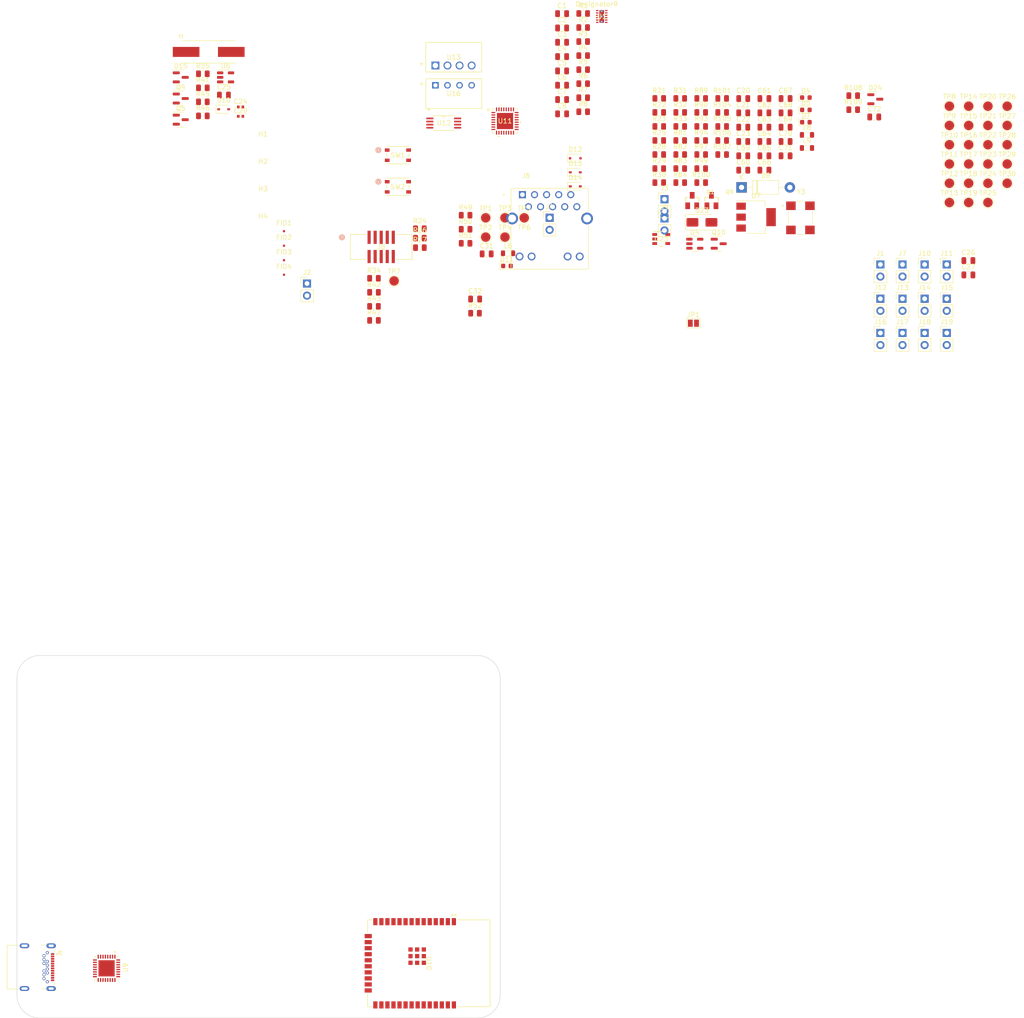
<source format=kicad_pcb>
(kicad_pcb (version 20240108) (generator "pcbnew") (generator_version "8.0")
  (layers (0 "F.Cu" signal) (31 "B.Cu" signal) (34 "B.Paste" user) (35 "F.Paste" user) (36 "B.SilkS" user "B.Silkscreen") (37 "F.SilkS" user "F.Silkscreen") (38 "B.Mask" user) (39 "F.Mask" user) (44 "Edge.Cuts" user))
  (net 0 "")
  (net 1 "Spare1")
  (net 2 "Spare2")
  (net 3 "+5VP")
  (net 4 "+3V3")
  (net 8 "+3.3V")
  (net 9 "Net-(D11-A)")
  (net 10 "Net-(D12-K)")
  (net 11 "Net-(D12-A)")
  (net 12 "Net-(D13-K)")
  (net 13 "GPIO3{slash}U0RXD")
  (net 14 "GPIO1{slash}U0TXD")
  (net 15 "Net-(D14-A)")
  (net 16 "USB_DP")
  (net 17 "USB_DN")
  (net 18 "Net-(U9-VCC)")
  (net 19 "Net-(J5-GND)")
  (net 22 "VBUS")
  (net 23 "Net-(J5-CC1)")
  (net 30 "Net-(J5-CC2)")
  (net 33 "+5V")
  (net 34 "Net-(R24-Pad2)")
  (net 35 "Net-(R49-Pad1)")
  (net 59 "Net-(U1-UVLO_SYNC)")
  (net 60 "Net-(U1-SS)")
  (net 61 "Net-(U1-COMP)")
  (net 62 "Net-(C4-Pad2)")
  (net 63 "Net-(U1-DITHOFF)")
  (net 64 "Net-(U1-CS)")
  (net 65 "Net-(U12-UVLO)")
  (net 66 "Net-(U1-RT)")
  (net 67 "Net-(R7-Pad1)")
  (net 76 "ESP_EN")
  (net 77 "GPIO15{slash}HS2_CMD")
  (net 78 "GPI34{slash}BUT1")
  (net 79 "GPIO4{slash}U1TXD")
  (net 80 "GPIO16{slash}I2C-SCL")
  (net 81 "GPIO13{slash}I2C-SDA")
  (net 82 "GPIO2{slash}HS2_DATA0")
  (net 83 "GPIO14{slash}HS2_CLK")
  (net 84 "GPIO5{slash}SPI_CS")
  (net 85 "GPI36{slash}U1RXD")
  (net 86 "GPI39")
  (net 87 "GPI35")
  (net 88 "GPIO32")
  (net 89 "GPIO33")
  (net 90 "GPIO25{slash}EMAC_RXD0(RMII)")
  (net 91 "GPIO26{slash}EMAC_RXD1(RMII)")
  (net 92 "GPIO27{slash}EMAC_RX_CRS_DV")
  (net 93 "GPIO12{slash}PHY_PWR")
  (net 101 "GPIO0")
  (net 102 "GPIO17{slash}EMAC_CLK_OUT_180")
  (net 103 "GPIO18{slash}MDIO(RMII)")
  (net 104 "GPIO19{slash}EMAC_TXD0(RMII)")
  (net 106 "GPIO21{slash}EMAC_TX_EN(RMII)")
  (net 107 "GPIO22{slash}EMAC_TXD1(RMII)")
  (net 108 "GPIO23{slash}MDC(RMII)")
  (net 109 "Net-(J8-Pad8)")
  (net 111 "Net-(U9-OSCI)")
  (net 112 "+3.3VLAN")
  (net 113 "Net-(U9-OSCO)")
  (net 114 "Net-(D10-K)")
  (net 115 "D_Com")
  (net 116 "Net-(Q4-B)")
  (net 117 "Net-(Q4-E)")
  (net 118 "Net-(Q5-B)")
  (net 119 "Net-(Q5-E)")
  (net 120 "Net-(Q5-C)")
  (net 121 "Net-(JP1-B)")
  (net 122 "Net-(U11-EPAD)")
  (net 123 "VDDA1{slash}2")
  (net 124 "Net-(U11-VDDCR)")
  (net 125 "Net-(J6-P7)")
  (net 126 "Net-(C71-Pad2)")
  (net 127 "Net-(D4-A)")
  (net 128 "Net-(D5-A)")
  (net 129 "Net-(D7-A)")
  (net 130 "Net-(U4-EN)")
  (net 131 "Net-(J6-TD+)")
  (net 132 "Net-(J6-TD-)")
  (net 133 "Net-(J6-RD+)")
  (net 134 "Net-(J6-RD-)")
  (net 135 "LED1")
  (net 136 "Net-(J6-PadGK1)")
  (net 137 "Net-(J6-PadGA2)")
  (net 138 "LED2")
  (net 139 "Net-(U4-VOUT)")
  (net 140 "OSC_DIS")
  (net 141 "Net-(Q10-D)")
  (net 142 "Net-(U11-RBIAS)")
  (net 143 "Net-(U12-DET)")
  (net 144 "Net-(U12-ILIM)")
  (net 145 "Net-(U12-CLASS)")
  (net 146 "GPIO0{slash}XTAL1{slash}CLKIN")
  (net 147 "Net-(Y3-OUTPUT)")
  (net 148 "PHYAD0")
  (net 149 "PHYAD1")
  (net 150 "PHYAD2")
  (net 151 "RMIISEL")
  (net 153 "+9V")
  (net 154 "Net-(U25-VDD)")
  (net 155 "Net-(D24-Pad3)")
  (net 156 "Net-(J13-Pad02)")
  (net 157 "Net-(J14-Pad02)")
  (net 158 "Net-(J15-Pad02)")
  (net 159 "Net-(U9-USBDP)")
  (net 160 "Net-(U9-USBDM)")
  (footprint "Resistor_SMD:R_0805_2012Metric" (layer "F.Cu") (at 128.8008 -63.0532)
    (property "Reference" "R35")
    (property "Value" "10")
  )
  (footprint "Inductor_SMD:L_0805_2012Metric" (layer "F.Cu") (at 192.9688 -25.3182)
    (property "Reference" "L6")
    (property "Value" "FB0805/600R/2A")
  )
  (footprint "Resistor_SMD:R_0805_2012Metric" (layer "F.Cu") (at 233.5734 -43.126)
    (property "Reference" "R99")
    (property "Value" "1k")
  )
  (footprint "Resistor_SMD:R_0805_2012Metric" (layer "F.Cu") (at 208.759002 -69.827399)
    (property "Reference" "R3")
    (property "Value" "18k")
  )
  (footprint "Connector_PinHeader_2.54mm:PinHeader_1x02_P2.54mm_Vertical" (layer "F.Cu") (at 275.9 -8.56)
    (property "Reference" "J17")
    (property "Value" "HMTSW-102-X-X-S-X")
  )
  (footprint "PTS815:SW4_PTS815 SJM 250 SMTR LFS_CNK" (layer "F.Cu") (at 169.8087 -39.289998)
    (property "Reference" "SW2")
    (property "Value" "PTS815 SJM 250 SMTR LFS")
  )
  (footprint "ESDS314DBVR:DBV0005A_N" (layer "F.Cu") (at 225.173401 -28.315999)
    (property "Reference" "U23")
    (property "Value" "ESDS314DBVR")
  )
  (footprint "Resistor_SMD:R_0805_2012Metric" (layer "F.Cu") (at 184.0388 -33.3182)
    (property "Reference" "R49")
    (property "Value" "220")
  )
  (footprint "Resistor_SMD:R_0805_2012Metric" (layer "F.Cu") (at 233.5734 -51.976)
    (property "Reference" "R93")
    (property "Value" "180k")
  )
  (footprint "TestPoint:TestPoint_Pad_D2.0mm" (layer "F.Cu") (at 293.86 -35.99)
    (property "Reference" "TP25")
    (property "Value" "TestPoint")
  )
  (footprint "Connector_PinHeader_2.54mm:PinHeader_1x02_P2.54mm_Vertical" (layer "F.Cu") (at 275.9 -22.96)
    (property "Reference" "J7")
    (property "Value" "HMTSW-102-X-X-S-X")
  )
  (footprint "Resistor_SMD:R_0805_2012Metric" (layer "F.Cu") (at 208.759002 -58.027399)
    (property "Reference" "R7")
    (property "Value" "100")
  )
  (footprint "TestPoint:TestPoint_Pad_D2.0mm" (layer "F.Cu") (at 289.81 -48.14)
    (property "Reference" "TP16")
    (property "Value" "TestPoint")
  )
  (footprint "TestPoint:TestPoint_Pad_D2.0mm" (layer "F.Cu") (at 293.86 -48.14)
    (property "Reference" "TP22")
    (property "Value" "TestPoint")
  )
  (footprint "Resistor_SMD:R_0805_2012Metric" (layer "F.Cu") (at 237.9834 -51.976)
    (property "Reference" "R105")
    (property "Value" "2.2k")
  )
  (footprint "ASV-50.000MHZ-LCS-T:XTAL_ASV-50.000MHZ-LCS-T" (layer "F.Cu") (at 254.4384 -32.766)
    (property "Reference" "Y3")
    (property "Value" "ASV-50.000MHZ-LCS-T")
  )
  (footprint "Capacitor_SMD:C_0805_2012Metric" (layer "F.Cu") (at 246.8634 -54.836)
    (property "Reference" "C62")
    (property "Value" "100nF")
  )
  (footprint "TestPoint:TestPoint_Pad_D2.0mm" (layer "F.Cu") (at 297.91 -44.09)
    (property "Reference" "TP29")
    (property "Value" "TestPoint")
  )
  (footprint "TestPoint:TestPoint_Pad_D2.0mm" (layer "F.Cu") (at 192.3188 -32.7682)
    (property "Reference" "TP3")
    (property "Value" "TestPoint")
  )
  (footprint "Resistor_SMD:R_0805_2012Metric" (layer "F.Cu") (at 229.1634 -40.176)
    (property "Reference" "R84")
    (property "Value" "220")
  )
  (footprint "Capacitor_SMD:C_0805_2012Metric" (layer "F.Cu") (at 246.8634 -51.826)
    (property "Reference" "C63")
    (property "Value" "2.2uF")
  )
  (footprint "LED_SMD:LED_0603_1608Metric" (layer "F.Cu") (at 192.7388 -22.6482)
    (property "Reference" "D11")
    (property "Value" "LED")
  )
  (footprint "Capacitor_SMD:C_0402_1005Metric" (layer "F.Cu") (at 136.7308 -56.0832)
    (property "Reference" "C24")
    (property "Value" "18pF")
  )
  (footprint "TestPoint:TestPoint_Pad_D2.0mm" (layer "F.Cu") (at 188.2688 -32.7682)
    (property "Reference" "TP1")
    (property "Value" "TestPoint")
  )
  (footprint "Capacitor_SMD:C_0805_2012Metric" (layer "F.Cu") (at 251.3134 -45.806)
    (property "Reference" "C71")
    (property "Value" "22uF")
  )
  (footprint "Capacitor_SMD:C_0805_2012Metric" (layer "F.Cu") (at 242.4134 -48.816)
    (property "Reference" "C23")
    (property "Value" "1uF")
  )
  (footprint "Connector_PinHeader_2.54mm:PinHeader_1x02_P2.54mm_Vertical" (layer "F.Cu") (at 225.8634 -32.656)
    (property "Reference" "J9")
    (property "Value" "HMTSW-102-X-X-S-X")
  )
  (footprint "Resistor_SMD:R_0805_2012Metric" (layer "F.Cu") (at 224.7534 -43.126)
    (property "Reference" "R29")
    (property "Value" "2.2k")
  )
  (footprint "Connector_PinHeader_2.54mm:PinHeader_1x02_P2.54mm_Vertical" (layer "F.Cu") (at 271.25 -8.56)
    (property "Reference" "J16")
    (property "Value" "HMTSW-102-X-X-S-X")
  )
  (footprint "Resistor_SMD:R_0805_2012Metric" (layer "F.Cu") (at 229.1634 -54.926)
    (property "Reference" "R32")
    (property "Value" "1k")
  )
  (footprint "TestPoint:TestPoint_Pad_D2.0mm" (layer "F.Cu") (at 285.76 -56.24)
    (property "Reference" "TP8")
    (property "Value" "TestPoint")
  )
  (footprint "Capacitor_SMD:C_0805_2012Metric" (layer "F.Cu") (at 251.3134 -57.846)
    (property "Reference" "C67")
    (property "Value" "22uF")
  )
  (footprint "TestPoint:TestPoint_Pad_D2.0mm" (layer "F.Cu") (at 289.81 -52.19)
    (property "Reference" "TP15")
    (property "Value" "TestPoint")
  )
  (footprint "Connector_PinHeader_2.54mm:PinHeader_1x02_P2.54mm_Vertical" (layer "F.Cu") (at 280.55 -8.56)
    (property "Reference" "J18")
    (property "Value" "HMTSW-102-X-X-S-X")
  )
  (footprint "TestPoint:TestPoint_Pad_D2.0mm" (layer "F.Cu") (at 196.3688 -32.7682)
    (property "Reference" "TP5")
    (property "Value" "TestPoint")
  )
  (footprint "Capacitor_SMD:C_0805_2012Metric" (layer "F.Cu") (at 289.75 -20.77)
    (property "Reference" "C27")
    (property "Value" "10uF")
  )
  (footprint "TestPoint:TestPoint_Pad_D2.0mm" (layer "F.Cu") (at 297.91 -48.14)
    (property "Reference" "TP28")
    (property "Value" "TestPoint")
  )
  (footprint "Capacitor_SMD:C_0805_2012Metric" (layer "F.Cu") (at 204.329002 -66.667399)
    (property "Reference" "C4")
    (property "Value" "470pF")
  )
  (footprint "TestPoint:TestPoint_Pad_D2.0mm" (layer "F.Cu") (at 293.86 -40.04)
    (property "Reference" "TP24")
    (property "Value" "TestPoint")
  )
  (footprint "Resistor_SMD:R_0805_2012Metric" (layer "F.Cu") (at 174.4266 -30.486998)
    (property "Reference" "R24")
    (property "Value" "0")
  )
  (footprint "TestPoint:TestPoint_Pad_D2.0mm" (layer "F.Cu") (at 285.76 -44.09)
    (property "Reference" "TP11")
    (property "Value" "TestPoint")
  )
  (footprint "Resistor_SMD:R_0805_2012Metric" (layer "F.Cu") (at 237.9834 -54.926)
    (property "Reference" "R104")
    (property "Value" "2.2k")
  )
  (footprint "Resistor_SMD:R_0805_2012Metric" (layer "F.Cu") (at 184.0388 -30.3682)
    (property "Reference" "R50")
    (property "Value" "5.1K")
  )
  (footprint "ABLS2-12.000MHZ-D4Y-T:XTAL_ABLS2-12.000MHZ-D4Y-T" (layer "F.Cu") (at 130.0308 -67.6532)
    (property "Reference" "Y1")
    (property "Value" "ABLS2-12.000MHZ-D4Y-T")
  )
  (footprint "Capacitor_SMD:C_0805_2012Metric" (layer "F.Cu") (at 204.329002 -63.657399)
    (property "Reference" "C5")
    (property "Value" "12nF")
  )
  (footprint "Package_TO_SOT_SMD:SOT-23" (layer "F.Cu") (at 270.1821 -57.7088)
    (property "Reference" "D24")
    (property "Value" "BAT54A")
  )
  (footprint "Connector_PinHeader_2.54mm:PinHeader_1x02_P2.54mm_Vertical" (layer "F.Cu") (at 280.55 -15.76)
    (property "Reference" "J14")
    (property "Value" "HMTSW-102-X-X-S-X")
  )
  (footprint "Capacitor_SMD:C_0805_2012Metric" (layer "F.Cu") (at 242.4134 -45.806)
    (property "Reference" "C59")
    (property "Value" "1nF")
  )
  (footprint "Package_TO_SOT_SMD:SOT-223-3_TabPin2" (layer "F.Cu") (at 245.1134 -32.916)
    (property "Reference" "U7")
    (property "Value" "LD1117S50TR_SOT223")
  )
  (footprint "Capacitor_SMD:C_0805_2012Metric" (layer "F.Cu") (at 204.329002 -69.677399)
    (property "Reference" "C3")
    (property "Value" "220nF")
  )
  (footprint "Resistor_SMD:R_0805_2012Metric" (layer "F.Cu") (at 128.8008 -57.1532)
    (property "Reference" "R45")
    (property "Value" "1k")
  )
  (footprint "Capacitor_SMD:C_0805_2012Metric" (layer "F.Cu") (at 251.3134 -48.816)
    (property "Reference" "C70")
    (property "Value" "100nF")
  )
  (footprint "Inductor_SMD:L_0805_2012Metric" (layer "F.Cu") (at 255.8134 -50.206)
    (property "Reference" "L8")
    (property "Value" "600R/2A")
  )
  (footprint "Resistor_SMD:R_0805_2012Metric" (layer "F.Cu") (at 208.759002 -72.777399)
    (property "Reference" "R2")
    (property "Value" "10k")
  )
  (footprint "UJ31-CH-G2-SMT-TR:CUI_UJ31-CH-G2-SMT-TR" (layer "F.Cu") (at 97.2124 122.0272 -90)
    (property "Reference" "J5")
    (property "Value" "UJ31-CH-G2-SMT-TR")
    (fp_line (start 6.325 2.135) (end 6.625 2.135) (stroke (width 0.01)) (layer "Edge.Cuts"))
    (fp_line (start 6.325 1.485) (end 6.625 1.485) (stroke (width 0.01)) (layer "Edge.Cuts"))
    (fp_arc (start 6.325 2.135) (mid 6 1.81) (end 6.325 1.485) (stroke (width 0.01)) (layer "Edge.Cuts"))
    (fp_arc (start 6.625 1.485) (mid 6.95 1.81) (end 6.625 2.135) (stroke (width 0.01)) (layer "Edge.Cuts"))
  )
  (footprint "Resistor_SMD:R_0805_2012Metric" (layer "F.Cu") (at 184.0388 -27.4182)
    (property "Reference" "R51")
    (property "Value" "100")
  )
  (footprint "Resistor_SMD:R_0805_2012Metric" (layer "F.Cu") (at 233.5734 -57.876)
    (property "Reference" "R89")
    (property "Value" "220")
  )
  (footprint "Resistor_SMD:R_0805_2012Metric" (layer "F.Cu") (at 164.7816 -14.1572)
    (property "Reference" "R43")
    (property "Value" "2.2k")
  )
  (footprint "Inductor_SMD:L_0805_2012Metric" (layer "F.Cu") (at 255.8134 -47.456)
    (property "Reference" "L9")
    (property "Value" "600R/2A")
  )
  (footprint "TestPoint:TestPoint_Pad_D2.0mm" (layer "F.Cu") (at 297.91 -52.19)
    (property "Reference" "TP27")
    (property "Value" "TestPoint")
  )
  (footprint "Resistor_SMD:R_0805_2012Metric" (layer "F.Cu") (at 208.759002 -66.877399)
    (property "Reference" "R4")
    (property "Value" "8.25k")
  )
  (footprint "Connector_PinHeader_2.54mm:PinHeader_1x02_P2.54mm_Vertical" (layer "F.Cu") (at 271.25 -22.96)
    (property "Reference" "J1")
    (property "Value" "HMTSW-102-X-X-S-X")
  )
  (footprint "Capacitor_SMD:C_0805_2012Metric" (layer "F.Cu") (at 204.329002 -54.627399)
    (property "Reference" "C8")
    (property "Value" "100pF")
  )
  (footprint "LAN8710A_EZC:QFN32_5X5MC_MCH" (layer "F.Cu") (at 192.3288 -53.1241)
    (property "Reference" "U11")
    (property "Value" "LAN8710A-EZC")
  )
  (footprint "Connector_PinHeader_2.54mm:PinHeader_1x02_P2.54mm_Vertical" (layer "F.Cu") (at 285.2 -15.76)
    (property "Reference" "J15")
    (property "Value" "HMTSW-102-X-X-S-X")
  )
  (footprint "Resistor_SMD:R_0805_2012Metric" (layer "F.Cu") (at 224.7534 -49.026)
    (property "Reference" "R25")
    (property "Value" "100")
  )
  (footprint "LED_SMD:LED_0603_1608Metric" (layer "F.Cu") (at 255.5834 -55.466)
    (property "Reference" "D5")
    (property "Value" "LED")
  )
  (footprint "Capacitor_SMD:C_0402_1005Metric" (layer "F.Cu") (at 136.7308 -54.1132)
    (property "Reference" "C29")
    (property "Value" "18pF")
  )
  (footprint "Resistor_SMD:R_0805_2012Metric" (layer "F.Cu") (at 237.9834 -49.026)
    (property "Reference" "R106")
    (property "Value" "2.2k")
  )
  (footprint "Capacitor_SMD:C_0805_2012Metric" (layer "F.Cu") (at 133.2308 -58.5732)
    (property "Reference" "C25")
    (property "Value" "100nF")
  )
  (footprint "Resistor_SMD:R_0805_2012Metric" (layer "F.Cu") (at 233.5734 -54.926)
    (property "Reference" "R90")
    (property "Value" "24.9k")
  )
  (footprint "TestPoint:TestPoint_Pad_D2.0mm" (layer "F.Cu") (at 285.76 -52.19)
    (property "Reference" "TP9")
    (property "Value" "TestPoint")
  )
  (footprint "Connector_PinHeader_2.54mm:PinHeader_1x02_P2.54mm_Vertical" (layer "F.Cu") (at 285.2 -8.56)
    (property "Reference" "J19")
    (property "Value" "HMTSW-102-X-X-S-X")
  )
  (footprint "Resistor_SMD:R_0805_2012Metric" (layer "F.Cu") (at 229.1634 -46.076)
    (property "Reference" "R82")
    (property "Value" "49.9")
  )
  (footprint "Diode_SMD:D_SOD-323" (layer "F.Cu") (at 207.1038 -42.3382)
    (property "Reference" "D13")
    (property "Value" "1N5819WS")
  )
  (footprint "Connector_PinHeader_2.54mm:PinHeader_1x02_P2.54mm_Vertical" (layer "F.Cu") (at 280.55 -22.96)
    (property "Reference" "J10")
    (property "Value" "HMTSW-102-X-X-S-X")
  )
  (footprint "Capacitor_SMD:C_0805_2012Metric" (layer "F.Cu") (at 204.329002 -72.687399)
    (property "Reference" "C2")
    (property "Value" "100pF")
  )
  (footprint "3221-10-0300-00:CONN10_3221-10-0300-00_CNC" (layer "F.Cu") (at 166.297501 -26.655098)
    (property "Reference" "J8")
    (property "Value" "3221-10-0300-00")
  )
  (footprint "Fiducial:Fiducial_0.5mm_Mask1.5mm" (layer "F.Cu") (at 145.8566 -29.956998)
    (property "Reference" "FID1")
    (property "Value" "Fiducial")
  )
  (footprint "Resistor_SMD:R_0805_2012Metric" (layer "F.Cu") (at 233.5734 -49.026)
    (property "Reference" "R94")
    (property "Value" "4.42k")
  )
  (footprint "Resistor_SMD:R_0805_2012Metric" (layer "F.Cu") (at 224.7534 -57.876)
    (property "Reference" "R21")
    (property "Value" "10k")
  )
  (footprint "Diode_SMD:D_SOD-323" (layer "F.Cu") (at 133.1758 -55.5932)
    (property "Reference" "D10")
    (property "Value" "1N5819WS")
  )
  (footprint "Capacitor_SMD:C_0805_2012Metric" (layer "F.Cu") (at 242.4134 -42.796)
    (property "Reference" "C60")
    (property "Value" "22uF")
  )
  (footprint "Resistor_SMD:R_0805_2012Metric" (layer "F.Cu") (at 208.759002 -75.727399)
    (property "Reference" "R1")
    (property "Value" "130k")
  )
  (footprint "Resistor_SMD:R_0805_2012Metric" (layer "F.Cu") (at 164.7816 -20.0572)
    (property "Reference" "R34")
    (property "Value" "2.2k")
  )
  (footprint "Connector_PinHeader_2.54mm:PinHeader_1x02_P2.54mm_Vertical" (layer "F.Cu") (at 275.9 -15.76)
    (property "Reference" "J13")
    (property "Value" "HMTSW-102-X-X-S-X")
  )
  (footprint "Resistor_SMD:R_0805_2012Metric" (layer "F.Cu") (at 229.1634 -49.026)
    (property "Reference" "R81")
    (property "Value" "49.9")
  )
  (footprint "MountingHole:MountingHole_2.1mm" (layer "F.Cu") (at 141.4566 -29.926998)
    (property "Reference" "H4")
    (property "Value" "MountingHole")
  )
  (footprint "Capacitor_SMD:C_0805_2012Metric" (layer "F.Cu") (at 242.4134 -54.836)
    (property "Reference" "C21")
    (property "Value" "1uF")
  )
  (footprint "TPS2376PW:PW8" (layer "F.Cu") (at 179.4482 -52.6923)
    (property "Reference" "U12")
    (property "Value" "TPS2376PW")
  )
  (footprint "TestPoint:TestPoint_Pad_D2.0mm" (layer "F.Cu") (at 285.76 -35.99)
    (property "Reference" "TP13")
    (property "Value" "TestPoint")
  )
  (footprint "Capacitor_SMD:C_0805_2012Metric" (layer "F.Cu") (at 251.3134 -51.826)
    (property "Reference" "C69")
    (property "Value" "1nF")
  )
  (footprint "TestPoint:TestPoint_Pad_D2.0mm" (layer "F.Cu") (at 169.0116 -19.5072)
    (property "Reference" "TP7")
    (property "Value" "TestPoint")
  )
  (footprint "Capacitor_SMD:C_0805_2012Metric" (layer "F.Cu") (at 204.329002 -75.697399)
    (property "Reference" "C1")
    (property "Value" "15uF")
  )
  (footprint "TestPoint:TestPoint_Pad_D2.0mm" (layer "F.Cu") (at 196.3688 -28.7182)
    (property "Reference" "TP6")
    (property "Value" "TestPoint")
  )
  (footprint "Capacitor_SMD:C_0805_2012Metric" (layer "F.Cu") (at 204.329002 -60.647399)
    (property "Reference" "C6")
    (property "Value" "100nF")
  )
  (footprint "PTS815:SW4_PTS815 SJM 250 SMTR LFS_CNK" (layer "F.Cu") (at 169.8087 -45.936998)
    (property "Reference" "SW1")
    (property "Value" "PTS815 SJM 250 SMTR LFS")
  )
  (footprint "TestPoint:TestPoint_Pad_D2.0mm" (layer "F.Cu") (at 289.81 -56.24)
    (property "Reference" "TP14")
    (property "Value" "TestPoint")
  )
  (footprint "Resistor_SMD:R_0805_2012Metric" (layer "F.Cu") (at 224.7534 -40.176)
    (property "Reference" "R30")
    (property "Value" "10k")
  )
  (footprint "Capacitor_SMD:C_0805_2012Metric" (layer "F.Cu") (at 188.4688 -25.1882)
    (property "Reference" "C31")
    (property "Value" "10uF")
  )
  (footprint "Capacitor_SMD:C_0805_2012Metric" (layer "F.Cu") (at 246.8634 -57.846)
    (property "Reference" "C61")
    (property "Value" "100nF")
  )
  (footprint "Resistor_SMD:R_0805_2012Metric" (layer "F.Cu") (at 229.1634 -57.876)
    (property "Reference" "R31")
    (property "Value" "12.1k")
  )
  (footprint "TestPoint:TestPoint_Pad_D2.0mm" (layer "F.Cu") (at 293.86 -52.19)
    (property "Reference" "TP21")
    (property "Value" "TestPoint")
  )
  (footprint "TestPoint:TestPoint_Pad_D2.0mm" (layer "F.Cu") (at 293.86 -56.24)
    (property "Reference" "TP20")
    (property "Value" "TestPoint")
  )
  (footprint "Capacitor_SMD:C_0805_2012Metric" (layer "F.Cu") (at 251.3134 -54.836)
    (property "Reference" "C68")
    (property "Value" "100nF")
  )
  (footprint "Resistor_SMD:R_0805_2012Metric" (layer "F.Cu") (at 224.7534 -46.076)
    (property "Reference" "R28")
    (property "Value" "100")
  )
  (footprint "Resistor_SMD:R_0805_2012Metric" (layer "F.Cu") (at 208.759002 -63.927399)
    (property "Reference" "R5")
    (property "Value" "9.3k")
  )
  (footprint "MountingHole:MountingHole_2.1mm" (layer "F.Cu") (at 141.4566 -35.676998)
    (property "Reference" "H3")
    (property "Value" "MountingHole")
  )
  (footprint "Resistor_SMD:R_0805_2012Metric" (layer "F.Cu") (at 233.5734 -40.176)
    (property "Reference" "R100")
    (property "Value" "10k")
  )
  (footprint "Resistor_SMD:R_0805_2012Metric" (layer "F.Cu") (at 229.1634 -43.126)
    (property "Reference" "R83")
    (property "Value" "49.9")
  )
  (footprint "TestPoint:TestPoint_Pad_D2.0mm" (layer "F.Cu") (at 293.86 -44.09)
    (property "Reference" "TP23")
    (property "Value" "TestPoint")
  )
  (footprint "TestPoint:TestPoint_Pad_D2.0mm" (layer "F.Cu") (at 289.81 -40.04)
    (property "Reference" "TP18")
    (property "Value" "TestPoint")
  )
  (footprint "Connector_PinHeader_2.54mm:PinHeader_1x02_P2.54mm_Vertical" (layer "F.Cu") (at 285.2 -22.96)
    (property "Reference" "J11")
    (property "Value" "HMTSW-102-X-X-S-X")
  )
  (footprint "TestPoint:TestPoint_Pad_D2.0mm" (layer "F.Cu") (at 289.81 -35.99)
    (property "Reference" "TP19")
    (property "Value" "TestPoint")
  )
  (footprint "Resistor_SMD:R_0805_2012Metric" (layer "F.Cu") (at 224.7534 -51.976)
    (property "Reference" "R23")
    (property "Value" "100")
  )
  (footprint "Capacitor_SMD:C_0805_2012Metric" (layer "F.Cu") (at 269.9621 -53.9788)
    (property "Reference" "C72")
    (property "Value" "1uF")
  )
  (footprint "LED_SMD:LED_0603_1608Metric" (layer "F.Cu") (at 255.5834 -58.056)
    (property "Reference" "D4")
    (property "Value" "LED")
  )
  (footprint "Resistor_SMD:R_0805_2012Metric" (layer "F.Cu") (at 174.4266 -28.496998)
    (property "Reference" "R26")
    (property "Value" "10k")
  )
  (footprint "5156:DSS0012B" (layer "F.Cu") (at 212.663999 -75.1024)
    (property "Reference" "U1")
    (property "Value" "LM5156DSSR")
  )
  (footprint "Resistor_SMD:R_0805_2012Metric" (layer "F.Cu") (at 186.0248 -12.7172)
    (property "Reference" "R52")
    (property "Value" "10k")
  )
  (footprint "Resistor_SMD:R_0805_2012Metric" (layer "F.Cu") (at 229.1634 -51.976)
    (property "Reference" "R33")
    (property "Value" "49.9")
  )
  (footprint "Resistor_SMD:R_0805_2012Metric" (layer "F.Cu") (at 128.8008 -60.1032)
    (property "Reference" "R41")
    (property "Value" "1k")
  )
  (footprint "Package_TO_SOT_SMD:SOT-23" (layer "F.Cu") (at 124.1508 -57.8532)
    (property "Reference" "Q4")
    (property "Value" "BC817")
  )
  (footprint "Resistor_SMD:R_0805_2012Metric" (layer "F.Cu") (at 265.5321 -58.4588)
    (property "Reference" "R108")
    (property "Value" "49.9k")
  )
  (footprint "Package_TO_SOT_SMD:SOT-23" (layer "F.Cu") (at 124.1508 -53.4032)
    (property "Reference" "Q5")
    (property "Value" "BC817")
  )
  (footprint "TestPoint:TestPoint_Pad_D2.0mm" (layer "F.Cu") (at 297.91 -40.04)
    (property "Reference" "TP30")
    (property "Value" "TestPoint")
  )
  (footprint "MountingHole:MountingHole_2.1mm" (layer "F.Cu") (at 141.4566 -47.176998)
    (property "Reference" "H1")
    (property "Value" "MountingHole")
  )
  (footprint "Resistor_SMD:R_0805_2012Metric" (layer "F.Cu") (at 233.5734 -46.076)
    (property "Reference" "R97")
    (property "Value" "10k")
  )
  (footprint "Jumper:SolderJumper-2_P1.3mm_Open_Pad1.0x1.5mm" (layer "F.Cu") (at 231.94 -10.61)
    (property "Reference" "JP1")
    (property "Value" "SolderJumper_2_Open")
  )
  (footprint "Package_TO_SOT_SMD:SOT-23-5" (layer "F.Cu") (at 133.5808 -62.3032)
    (property "Reference" "U6")
    (property "Value" "74LVC1G04")
  )
  (footprint "SI2323DS-T1-GE3:SOT23" (layer "F.Cu") (at 231.6824 -36.401)
    (property "Reference" "Q1")
    (property "Value" "SI2323DS-T1-GE3")
  )
  (footprint "Diode_SMD:D_SMA" (layer "F.Cu") (at 233.7284 -31.826)
    (property "Reference" "D23")
    (property "Value" "SMAJ58A")
  )
  (footprint "Diode_SMD:D_SOD-323F" (layer "F.Cu") (at 207.1038 -45.2882)
    (property "Reference" "D12")
    (property "Value" "PMEG6010CEJ")
  )
  (footprint "Connector_PinHeader_2.54mm:PinHeader_1x02_P2.54mm_Vertical" (layer "F.Cu") (at 271.25 -15.76)
    (property "Reference" "J12")
    (property "Value" "HMTSW-102-X-X-S-X")
  )
  (footprint "Capacitor_SMD:C_0805_2012Metric" (layer "F.Cu") (at 242.4134 -57.846)
    (property "Reference" "C20")
    (property "Value" "10uF")
  )
  (footprint "LED_SMD:LED_0603_1608Metric" (layer "F.Cu") (at 255.5834 -52.876)
    (property "Reference" "D7")
    (property "Value" "LED")
  )
  (footprint "Diode_THT:D_DO-41_SOD81_P10.16mm_Horizontal" (layer "F.Cu") (at 242.0634 -39.166)
    (property "Reference" "D6")
    (property "Value" "1N5819")
  )
  (footprint "RFM_0505S:SIP4_RFM_RCP" (layer "F.Cu") (at 177.6937 -64.79444)
    (property "Reference" "U13")
    (property "Value" "RFM-0505S")
  )
  (footprint "Capacitor_SMD:C_0805_2012Metric" (layer "F.Cu") (at 289.75 -23.78)
    (property "Reference" "C26")
    (property "Value" "100nF")
  )
  (footprint "FT232RQ:QFN50P500X500X90-33N" (layer "F.Cu") (at 108.5596 125.0188 -90)
    (property "Reference" "U9")
    (property "Value" "FT232RQ")
  )
  (footprint "Package_TO_SOT_SMD:SOT-23" (layer "F.Cu") (at 237.2534 -27.326)
    (property "Reference" "Q10")
    (property "Value" "BSS138")
  )
  (footprint "Resistor_SMD:R_0805_2012Metric" (layer "F.Cu") (at 164.7816 -17.1072)
    (property "Reference" "R42")
    (property "Value" "10k")
  )
  (footprint "TestPoint:TestPoint_Pad_D2.0mm" (layer "F.Cu") (at 188.2688 -28.7182)
    (property "Reference" "TP2")
    (property "Value" "TestPoint")
  )
  (footprint "Capacitor_SMD:C_0805_2012Metric" (layer "F.Cu") (at 246.8634 -42.796)
    (property "Reference" "C66")
    (property "Value" "22uF")
  )
  (footprint "Resistor_SMD:R_0805_2012Metric" (layer "F.Cu") (at 174.4266 -26.506998)
    (property "Reference" "R27")
    (property "Value" "5.1K")
  )
  (footprint "Resistor_SMD:R_0805_2012Metric" (layer "F.Cu") (at 265.5321 -55.5088)
    (property "Reference" "R109")
    (property "Value" "100k")
  )
  (footprint "Resistor_SMD:R_0805_2012Metric" (layer "F.Cu") (at 128.8008 -54.2032)
    (property "Reference" "R46")
    (property "Value" "220")
  )
  (footprint "Package_TO_SOT_SMD:SOT-23" (layer "F.Cu") (at 124.1508 -62.3032)
    (property "Reference" "D15")
    (property "Value" "BAT54C")
  )
  (footprint "TestPoint:TestPoint_Pad_D2.0mm" (layer "F.Cu") (at 285.76 -48.14)
    (property "Reference" "TP10")
    (property "Value" "TestPoint")
  )
  (footprint "ESP32_WROOM_32E_N8:ESP32­WROOM­32E_EXP" (layer "F.Cu") (at 176.32 123.9564 -90)
    (property "Reference" "U10")
    (property "Value" "ESP32-WROOM-32E-N8")
  )
  (footprint "Diode_SMD:D_SOD-323" (layer "F.Cu") (at 207.1038 -39.3882)
    (property "Reference" "D14")
    (property "Value" "1N5819WS")
  )
  (footprint "TestPoint:TestPoint_Pad_D2.0mm" (layer "F.Cu") (at 297.91 -56.24)
    (property "Reference" "TP26")
    (property "Value" "TestPoint")
  )
  (footprint "Resistor_SMD:R_0805_2012Metric" (layer "F.Cu") (at 224.7534 -54.926)
    (property "Reference" "R22")
    (property "Value" "2.2k")
  )
  (footprint "TestPoint:TestPoint_Pad_D2.0mm" (layer "F.Cu") (at 285.76 -40.04)
    (property "Reference" "TP12")
    (property "Value" "TestPoint")
  )
  (footprint "Fiducial:Fiducial_0.5mm_Mask1.5mm" (layer "F.Cu") (at 145.8566 -26.906998)
    (property "Reference" "FID2")
    (property "Value" "Fiducial")
  )
  (footprint "MountingHole:MountingHole_2.1mm" (layer "F.Cu") (at 141.4566 -41.426998)
    (property "Reference" "H2")
    (property "Value" "MountingHole")
  )
  (footprint "TestPoint:TestPoint_Pad_D2.0mm" (layer "F.Cu") (at 289.81 -44.09)
    (property "Reference" "TP17")
    (property "Value" "TestPoint")
  )
  (footprint "Resistor_SMD:R_0805_2012Metric" (layer "F.Cu") (at 208.759002 -60.977399)
    (property "Reference" "R6")
    (property "Value" "6k")
  )
  (footprint "Capacitor_SMD:C_0805_2012Metric" (layer "F.Cu") (at 246.8634 -48.816)
    (property "Reference" "C64")
    (property "Value" "100nF")
  )
  (footprint "Capacitor_SMD:C_0805_2012Metric" (layer "F.Cu") (at 246.8634 -45.806)
    (property "Reference" "C65")
    (property "Value" "100nF")
  )
  (footprint "Capacitor_SMD:C_0805_2012Metric" (layer "F.Cu") (at 186.0448 -15.6972)
    (property "Reference" "C32")
    (property "Value" "1uF")
  )
  (footprint "SI2323DS-T1-GE3:SOT23" (layer "F.Cu") (at 235.7304 -36.401)
    (property "Reference" "Q9")
    (property "Value" "SI2323DS-T1-GE3")
  )
  (footprint "Resistor_SMD:R_0805_2012Metric" (layer "F.Cu") (at 208.759002 -55.077399)
    (property "Reference" "R8")
    (property "Value" "5.24M")
  )
  (footprint "Connector_PinHeader_2.54mm:PinHeader_1x02_P2.54mm_Vertical" (layer "F.Cu") (at 201.7088 -32.7782)
    (property "Reference" "J4")
    (property "Value" "HMTSW-102-X-X-S-X")
  )
  (footprint "Fiducial:Fiducial_0.5mm_Mask1.5mm" (layer "F.Cu") (at 145.8566 -20.806998)
    (property "Reference" "FID4")
    (property "Value" "Fiducial")
  )
  (footprint "Connector_PinHeader_2.54mm:PinHeader_1x02_P2.54mm_Vertical" (layer "F.Cu") (at 150.6966 -18.956998)
    (property "Reference" "J2")
    (property "Value" "HMTSW-102-X-X-S-X")
  )
  (footprint "Fiducial:Fiducial_0.5mm_Mask1.5mm" (layer "F.Cu") (at 145.8566 -23.856998)
    (property "Reference" "FID3")
    (property "Value" "Fiducial")
  )
  (footprint "Connector_PinHeader_2.54mm:PinHeader_1x02_P2.54mm_Vertical" (layer "F.Cu") (at 225.8634 -36.686)
    (property "Reference" "J3")
    (property "Value" "HMTSW-102-X-X-S-X")
  )
  (footprint "SI-46020-F:BEL_SI-46020-F" (layer "F.Cu") (at 201.7088 -28.7482)
    (property "Reference" "J6")
    (property "Value" "SI-46020-F")
  )
  (footprint "Capacitor_SMD:C_0805_2012Metric" (layer "F.Cu") (at 204.329002 -57.637399)
    (property "Reference" "C7")
    (property "Value" "1uF")
  )
  (footprint "Capacitor_SMD:C_0805_2012Metric" (layer "F.Cu") (at 242.4134 -51.826)
    (property "Reference" "C22")
    (property "Value" "10uF")
  )
  (footprint "ROE-0512S:ROE_RCP" (layer "F.Cu") (at 177.6937 -60.6397)
    (property "Reference" "U16")
    (property "Value" "ROE-0512S")
  )
  (footprint "Package_TO_SOT_SMD:SOT-23-5" (layer "F.Cu") (at 232.2334 -27.326)
    (property "Reference" "U4")
    (property "Value" "MIC5504-3.3YM5")
  )
  (footprint "Resistor_SMD:R_0805_2012Metric" (layer "F.Cu") (at 237.9834 -57.876)
    (property "Reference" "R101")
    (property "Value" "10k")
  )
  (footprint "TestPoint:TestPoint_Pad_D2.0mm" (layer "F.Cu") (at 192.3188 -28.7182)
    (property "Reference" "TP4")
    (property "Value" "TestPoint")
  )
  (footprint "Resistor_SMD:R_0805_2012Metric" (layer "F.Cu") (at 164.7816 -11.2072)
    (property "Reference" "R47")
    (property "Value" "10k")
  )
  (footprint "Resistor_SMD:R_0805_2012Metric" (layer "F.Cu") (at 237.9834 -46.076)
    (property "Reference" "R107")
    (property "Value" "2.2k")
  )
  (gr_line (start 94.489624 135.456576) (end 186.540848 135.4582) (stroke (width 0.1)) (layer "Edge.Cuts"))
  (gr_line (start 89.714424 64.031776) (end 89.714424 130.681376) (stroke (width 0.1)) (layer "Edge.Cuts"))
  (gr_line (start 191.316048 130.683) (end 191.314424 64.031776) (stroke (width 0.1)) (layer "Edge.Cuts"))
  (gr_arc (start 191.316048 130.683) (mid 189.917417 134.059569) (end 186.540848 135.4582) (stroke (width 0.1)) (layer "Edge.Cuts"))
  (gr_arc (start 94.489624 135.456576) (mid 91.113048 134.057952) (end 89.714424 130.681376) (stroke (width 0.1)) (layer "Edge.Cuts"))
  (gr_line (start 94.489624 59.256576) (end 186.539224 59.256576) (stroke (width 0.1)) (layer "Edge.Cuts"))
  (gr_arc (start 186.539224 59.256576) (mid 189.9158 60.6552) (end 191.314424 64.031776) (stroke (width 0.1)) (layer "Edge.Cuts"))
  (gr_arc (start 89.714424 64.031776) (mid 91.113048 60.6552) (end 94.489624 59.256576) (stroke (width 0.1)) (layer "Edge.Cuts"))
)
</source>
